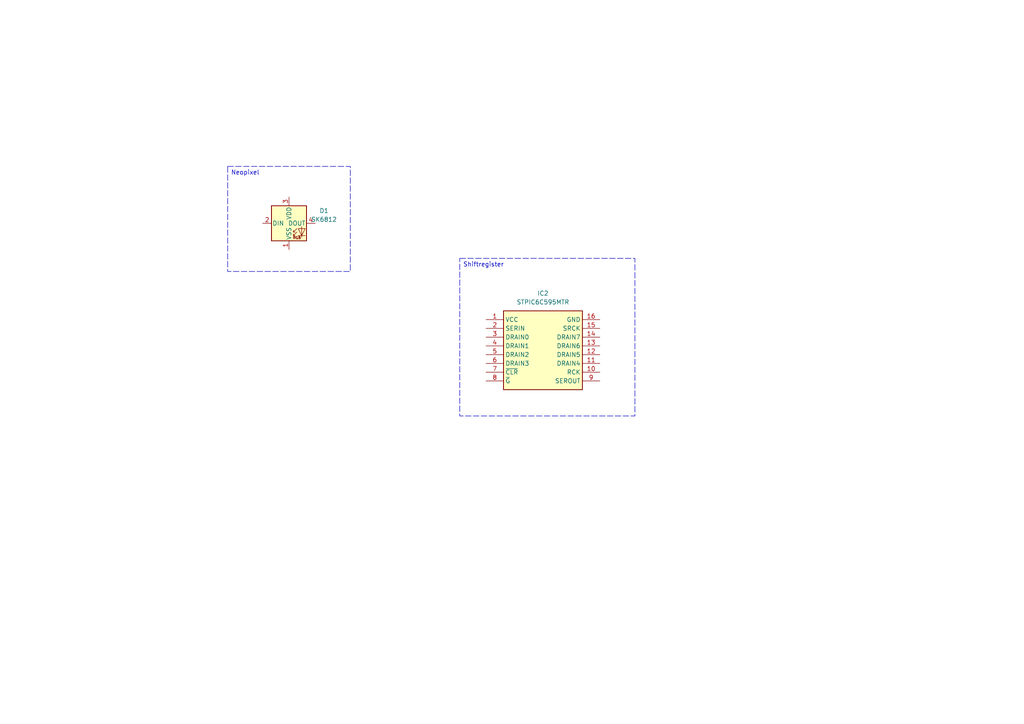
<source format=kicad_sch>
(kicad_sch (version 20230121) (generator eeschema)
  (paper "A4")
  (lib_symbols
    (symbol "LED:SK6812" (pin_names (offset 0.254))
      (property "Reference" "D" (at 5.08 5.715 0))
      (property "Value" "SK6812" (at 1.27 -5.715 0))
      (symbol "SK6812_0_0"
        (text "RGB" (at 2.286 -4.191 0) (effects (font (size 0.762 0.762))))
      )
      (symbol "SK6812_0_1"
        (polyline (pts (xy 1.27 -3.556) (xy 1.778 -3.556)))
        (polyline (pts (xy 1.27 -2.54) (xy 1.778 -2.54)))
        (polyline (pts (xy 4.699 -3.556) (xy 2.667 -3.556)))
        (polyline (pts (xy 2.286 -2.54) (xy 1.27 -3.556) (xy 1.27 -3.048)))
        (polyline (pts (xy 2.286 -1.524) (xy 1.27 -2.54) (xy 1.27 -2.032)))
        (polyline (pts (xy 3.683 -1.016) (xy 3.683 -3.556) (xy 3.683 -4.064)))
        (polyline (pts (xy 4.699 -1.524) (xy 2.667 -1.524) (xy 3.683 -3.556) (xy 4.699 -1.524)))
        (rectangle (start 5.08 5.08) (end -5.08 -5.08) (stroke (width 0.254)) (fill (type background)))
      )
      (symbol "SK6812_1_1"
        (pin power_in line (at 0 -7.62 90) (length 2.54) (name "VSS") (number "1"))
        (pin input line (at -7.62 0 0) (length 2.54) (name "DIN") (number "2"))
        (pin power_in line (at 0 7.62 270) (length 2.54) (name "VDD") (number "3"))
        (pin output line (at 7.62 0 180) (length 2.54) (name "DOUT") (number "4"))
      )
    )
    (symbol "SamacSys_Parts:STPIC6C595MTR"
      (property "Reference" "IC" (at 29.21 7.62 0))
      (property "Value" "STPIC6C595MTR" (at 29.21 5.08 0))
      (symbol "STPIC6C595MTR_1_1"
        (rectangle (start 5.08 2.54) (end 27.94 -20.32) (stroke (width 0.254)) (fill (type background)))
        (pin passive line (at 0 0 0) (length 5.08) (name "VCC") (number "1"))
        (pin passive line (at 33.02 -15.24 180) (length 5.08) (name "RCK") (number "10"))
        (pin passive line (at 33.02 -12.7 180) (length 5.08) (name "DRAIN4") (number "11"))
        (pin passive line (at 33.02 -10.16 180) (length 5.08) (name "DRAIN5") (number "12"))
        (pin passive line (at 33.02 -7.62 180) (length 5.08) (name "DRAIN6") (number "13"))
        (pin passive line (at 33.02 -5.08 180) (length 5.08) (name "DRAIN7") (number "14"))
        (pin passive line (at 33.02 -2.54 180) (length 5.08) (name "SRCK") (number "15"))
        (pin passive line (at 33.02 0 180) (length 5.08) (name "GND") (number "16"))
        (pin passive line (at 0 -2.54 0) (length 5.08) (name "SERIN") (number "2"))
        (pin passive line (at 0 -5.08 0) (length 5.08) (name "DRAIN0") (number "3"))
        (pin passive line (at 0 -7.62 0) (length 5.08) (name "DRAIN1") (number "4"))
        (pin passive line (at 0 -10.16 0) (length 5.08) (name "DRAIN2") (number "5"))
        (pin passive line (at 0 -12.7 0) (length 5.08) (name "DRAIN3") (number "6"))
        (pin passive line (at 0 -15.24 0) (length 5.08) (name "~{CLR}") (number "7"))
        (pin passive line (at 0 -17.78 0) (length 5.08) (name "~{G}") (number "8"))
        (pin passive line (at 33.02 -17.78 180) (length 5.08) (name "SEROUT") (number "9"))
      )
    )
  )
  (text_box "Shiftregister" (at 133.35 74.93 0) (size 50.8 45.72) (stroke (width 0) (type dash)) (effects (font (size 1.27 1.27)) (justify left top)))
  (text_box "Neopixel" (at 66.04 48.26 0) (size 35.56 30.48) (stroke (width 0) (type dash)) (effects (font (size 1.27 1.27)) (justify left top)))
  (symbol (lib_id "SamacSys_Parts:STPIC6C595MTR") (at 140.97 92.71 0) (unit 1)
    (property "Reference" "IC2" (at 157.48 85.09 0))
    (property "Value" "STPIC6C595MTR" (at 157.48 87.63 0))
    (property "Footprint" "SOIC127P600X175-16N" (effects hide))
    (property "Datasheet" "https://www.st.com/resource/en/datasheet/stpic6c595.pdf" (effects hide))
    (property "Height" "1.75" (effects hide))
    (property "Manufacturer_Name" "STMicroelectronics" (effects hide))
    (property "Manufacturer_Part_Number" "STPIC6C595MTR" (effects hide))
    (property "Mouser Part Number" "511-STPIC6C595MTR" (effects hide))
    (property "Mouser Price/Stock" "https://www.mouser.co.uk/ProductDetail/STMicroelectronics/STPIC6C595MTR?qs=w3gjcs3NwcgP4BoIb%252B0GuQ%3D%3D" (effects hide))
    (property "Arrow Part Number" "STPIC6C595MTR" (effects hide))
    (property "Arrow Price/Stock" "https://www.arrow.com/en/products/stpic6c595mtr/stmicroelectronics?region=nac" (effects hide))
  )
  (symbol (lib_id "LED:SK6812") (at 83.82 64.77 0) (unit 1)
    (property "Reference" "D1" (at 93.98 61.1221 0))
    (property "Value" "SK6812" (at 93.98 63.6621 0))
    (property "Footprint" "LED_SMD:LED_SK6812_PLCC4_5.0x5.0mm_P3.2mm" (effects hide))
    (property "Datasheet" "https://cdn-shop.adafruit.com/product-files/1138/SK6812+LED+datasheet+.pdf" (effects hide))
  )
)
</source>
